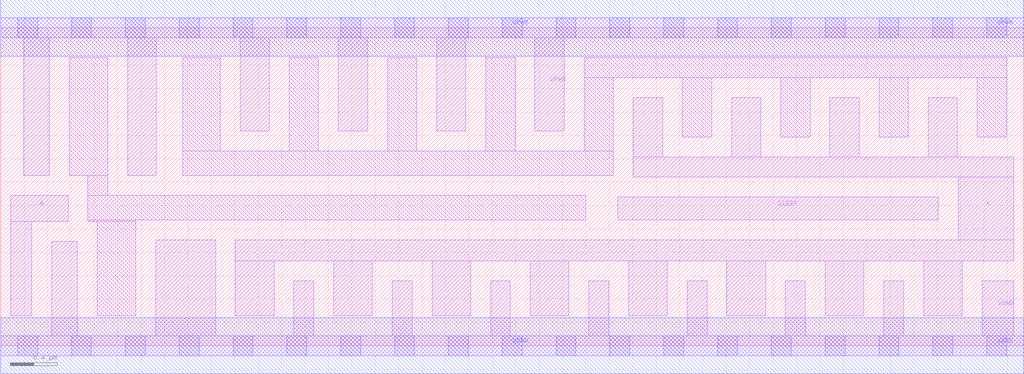
<source format=lef>
# Copyright 2020 The SkyWater PDK Authors
#
# Licensed under the Apache License, Version 2.0 (the "License");
# you may not use this file except in compliance with the License.
# You may obtain a copy of the License at
#
#     https://www.apache.org/licenses/LICENSE-2.0
#
# Unless required by applicable law or agreed to in writing, software
# distributed under the License is distributed on an "AS IS" BASIS,
# WITHOUT WARRANTIES OR CONDITIONS OF ANY KIND, either express or implied.
# See the License for the specific language governing permissions and
# limitations under the License.
#
# SPDX-License-Identifier: Apache-2.0

VERSION 5.7 ;
  NAMESCASESENSITIVE ON ;
  NOWIREEXTENSIONATPIN ON ;
  DIVIDERCHAR "/" ;
  BUSBITCHARS "[]" ;
UNITS
  DATABASE MICRONS 200 ;
END UNITS
MACRO sky130_fd_sc_hd__lpflow_isobufsrc_8
  CLASS CORE ;
  SOURCE USER ;
  FOREIGN sky130_fd_sc_hd__lpflow_isobufsrc_8 ;
  ORIGIN  0.000000  0.000000 ;
  SIZE  8.740000 BY  2.720000 ;
  SYMMETRY X Y R90 ;
  SITE unithd ;
  PIN A
    ANTENNAGATEAREA  0.495000 ;
    DIRECTION INPUT ;
    USE SIGNAL ;
    PORT
      LAYER li1 ;
        RECT 0.085000 0.255000 0.265000 1.065000 ;
        RECT 0.085000 1.065000 0.575000 1.285000 ;
    END
  END A
  PIN SLEEP
    ANTENNAGATEAREA  1.980000 ;
    DIRECTION INPUT ;
    USE SIGNAL ;
    PORT
      LAYER li1 ;
        RECT 5.270000 1.075000 8.010000 1.275000 ;
    END
  END SLEEP
  PIN X
    ANTENNADIFFAREA  2.484000 ;
    DIRECTION OUTPUT ;
    USE SIGNAL ;
    PORT
      LAYER li1 ;
        RECT 2.005000 0.255000 2.335000 0.725000 ;
        RECT 2.005000 0.725000 8.655000 0.905000 ;
        RECT 2.845000 0.255000 3.175000 0.725000 ;
        RECT 3.685000 0.255000 4.015000 0.725000 ;
        RECT 4.525000 0.255000 4.855000 0.725000 ;
        RECT 5.365000 0.255000 5.695000 0.725000 ;
        RECT 5.405000 1.445000 8.655000 1.615000 ;
        RECT 5.405000 1.615000 5.655000 2.125000 ;
        RECT 6.205000 0.255000 6.535000 0.725000 ;
        RECT 6.245000 1.615000 6.495000 2.125000 ;
        RECT 7.045000 0.255000 7.375000 0.725000 ;
        RECT 7.085000 1.615000 7.335000 2.125000 ;
        RECT 7.885000 0.255000 8.215000 0.725000 ;
        RECT 7.925000 1.615000 8.175000 2.125000 ;
        RECT 8.180000 0.905000 8.655000 1.445000 ;
    END
  END X
  PIN VGND
    DIRECTION INOUT ;
    SHAPE ABUTMENT ;
    USE GROUND ;
    PORT
      LAYER li1 ;
        RECT 0.000000 -0.085000 8.740000 0.085000 ;
        RECT 0.435000  0.085000 0.655000 0.895000 ;
        RECT 1.325000  0.085000 1.835000 0.905000 ;
        RECT 2.505000  0.085000 2.675000 0.555000 ;
        RECT 3.345000  0.085000 3.515000 0.555000 ;
        RECT 4.185000  0.085000 4.355000 0.555000 ;
        RECT 5.025000  0.085000 5.195000 0.555000 ;
        RECT 5.865000  0.085000 6.035000 0.555000 ;
        RECT 6.705000  0.085000 6.875000 0.555000 ;
        RECT 7.545000  0.085000 7.715000 0.555000 ;
        RECT 8.385000  0.085000 8.655000 0.555000 ;
      LAYER mcon ;
        RECT 0.145000 -0.085000 0.315000 0.085000 ;
        RECT 0.605000 -0.085000 0.775000 0.085000 ;
        RECT 1.065000 -0.085000 1.235000 0.085000 ;
        RECT 1.525000 -0.085000 1.695000 0.085000 ;
        RECT 1.985000 -0.085000 2.155000 0.085000 ;
        RECT 2.445000 -0.085000 2.615000 0.085000 ;
        RECT 2.905000 -0.085000 3.075000 0.085000 ;
        RECT 3.365000 -0.085000 3.535000 0.085000 ;
        RECT 3.825000 -0.085000 3.995000 0.085000 ;
        RECT 4.285000 -0.085000 4.455000 0.085000 ;
        RECT 4.745000 -0.085000 4.915000 0.085000 ;
        RECT 5.205000 -0.085000 5.375000 0.085000 ;
        RECT 5.665000 -0.085000 5.835000 0.085000 ;
        RECT 6.125000 -0.085000 6.295000 0.085000 ;
        RECT 6.585000 -0.085000 6.755000 0.085000 ;
        RECT 7.045000 -0.085000 7.215000 0.085000 ;
        RECT 7.505000 -0.085000 7.675000 0.085000 ;
        RECT 7.965000 -0.085000 8.135000 0.085000 ;
        RECT 8.425000 -0.085000 8.595000 0.085000 ;
      LAYER met1 ;
        RECT 0.000000 -0.240000 8.740000 0.240000 ;
    END
  END VGND
  PIN VPWR
    DIRECTION INOUT ;
    SHAPE ABUTMENT ;
    USE POWER ;
    PORT
      LAYER li1 ;
        RECT 0.000000 2.635000 8.740000 2.805000 ;
        RECT 0.195000 1.455000 0.415000 2.635000 ;
        RECT 1.085000 1.455000 1.330000 2.635000 ;
        RECT 2.045000 1.835000 2.295000 2.635000 ;
        RECT 2.885000 1.835000 3.135000 2.635000 ;
        RECT 3.725000 1.835000 3.975000 2.635000 ;
        RECT 4.565000 1.835000 4.815000 2.635000 ;
      LAYER mcon ;
        RECT 0.145000 2.635000 0.315000 2.805000 ;
        RECT 0.605000 2.635000 0.775000 2.805000 ;
        RECT 1.065000 2.635000 1.235000 2.805000 ;
        RECT 1.525000 2.635000 1.695000 2.805000 ;
        RECT 1.985000 2.635000 2.155000 2.805000 ;
        RECT 2.445000 2.635000 2.615000 2.805000 ;
        RECT 2.905000 2.635000 3.075000 2.805000 ;
        RECT 3.365000 2.635000 3.535000 2.805000 ;
        RECT 3.825000 2.635000 3.995000 2.805000 ;
        RECT 4.285000 2.635000 4.455000 2.805000 ;
        RECT 4.745000 2.635000 4.915000 2.805000 ;
        RECT 5.205000 2.635000 5.375000 2.805000 ;
        RECT 5.665000 2.635000 5.835000 2.805000 ;
        RECT 6.125000 2.635000 6.295000 2.805000 ;
        RECT 6.585000 2.635000 6.755000 2.805000 ;
        RECT 7.045000 2.635000 7.215000 2.805000 ;
        RECT 7.505000 2.635000 7.675000 2.805000 ;
        RECT 7.965000 2.635000 8.135000 2.805000 ;
        RECT 8.425000 2.635000 8.595000 2.805000 ;
      LAYER met1 ;
        RECT 0.000000 2.480000 8.740000 2.960000 ;
    END
  END VPWR
  OBS
    LAYER li1 ;
      RECT 0.585000 1.455000 0.915000 2.465000 ;
      RECT 0.745000 1.065000 1.155000 1.075000 ;
      RECT 0.745000 1.075000 5.000000 1.285000 ;
      RECT 0.745000 1.285000 0.915000 1.455000 ;
      RECT 0.825000 0.255000 1.155000 1.065000 ;
      RECT 1.555000 1.455000 5.235000 1.665000 ;
      RECT 1.555000 1.665000 1.875000 2.465000 ;
      RECT 2.465000 1.665000 2.715000 2.465000 ;
      RECT 3.305000 1.665000 3.555000 2.465000 ;
      RECT 4.145000 1.665000 4.395000 2.465000 ;
      RECT 4.985000 1.665000 5.235000 2.295000 ;
      RECT 4.985000 2.295000 8.595000 2.465000 ;
      RECT 5.825000 1.785000 6.075000 2.295000 ;
      RECT 6.665000 1.785000 6.915000 2.295000 ;
      RECT 7.505000 1.785000 7.755000 2.295000 ;
      RECT 8.345000 1.785000 8.595000 2.295000 ;
  END
END sky130_fd_sc_hd__lpflow_isobufsrc_8

</source>
